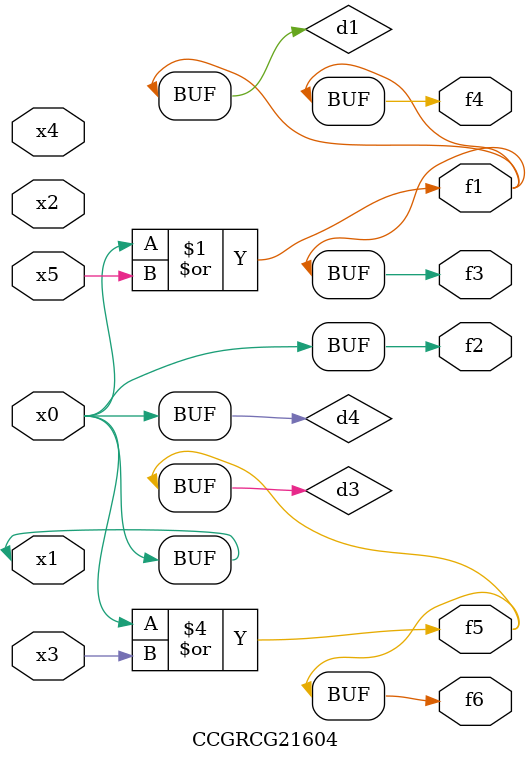
<source format=v>
module CCGRCG21604(
	input x0, x1, x2, x3, x4, x5,
	output f1, f2, f3, f4, f5, f6
);

	wire d1, d2, d3, d4;

	or (d1, x0, x5);
	xnor (d2, x1, x4);
	or (d3, x0, x3);
	buf (d4, x0, x1);
	assign f1 = d1;
	assign f2 = d4;
	assign f3 = d1;
	assign f4 = d1;
	assign f5 = d3;
	assign f6 = d3;
endmodule

</source>
